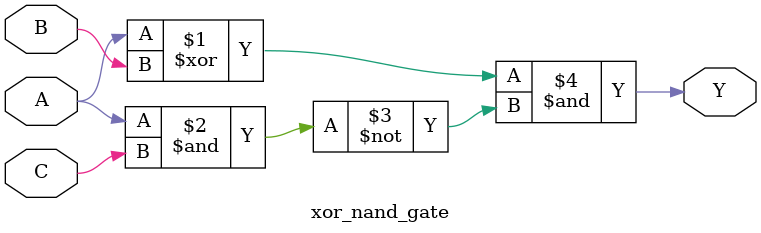
<source format=sv>
module xor_nand_gate (
    input wire A, B, C,   // 输入A, B, C
    output wire Y         // 输出Y
);
    assign Y = (A ^ B) & ~(A & C);  // 异或和与非组合
endmodule

</source>
